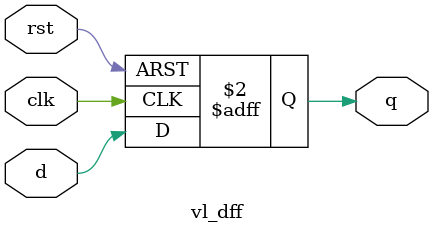
<source format=v>

module vl_dff ( d, q, clk, rst);

	parameter width = 1;	
	parameter reset_value = {width{1'b0}};

	input [width-1:0] d; 
	input clk, rst;
	output reg [width-1:0] q;
	
	always @ (posedge clk or posedge rst)
	if (rst)
		q <= reset_value;
	else
		q <= d;

endmodule
</source>
